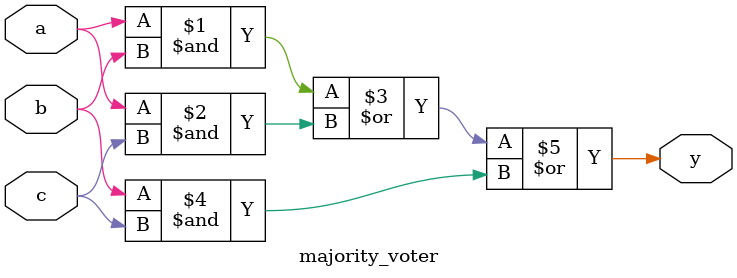
<source format=v>
module majority_voter(
    input wire a,
    input wire b,
    input wire c,
    output wire y
);
    assign y = (a & b)|(a & c)|(b & c);
endmodule
</source>
